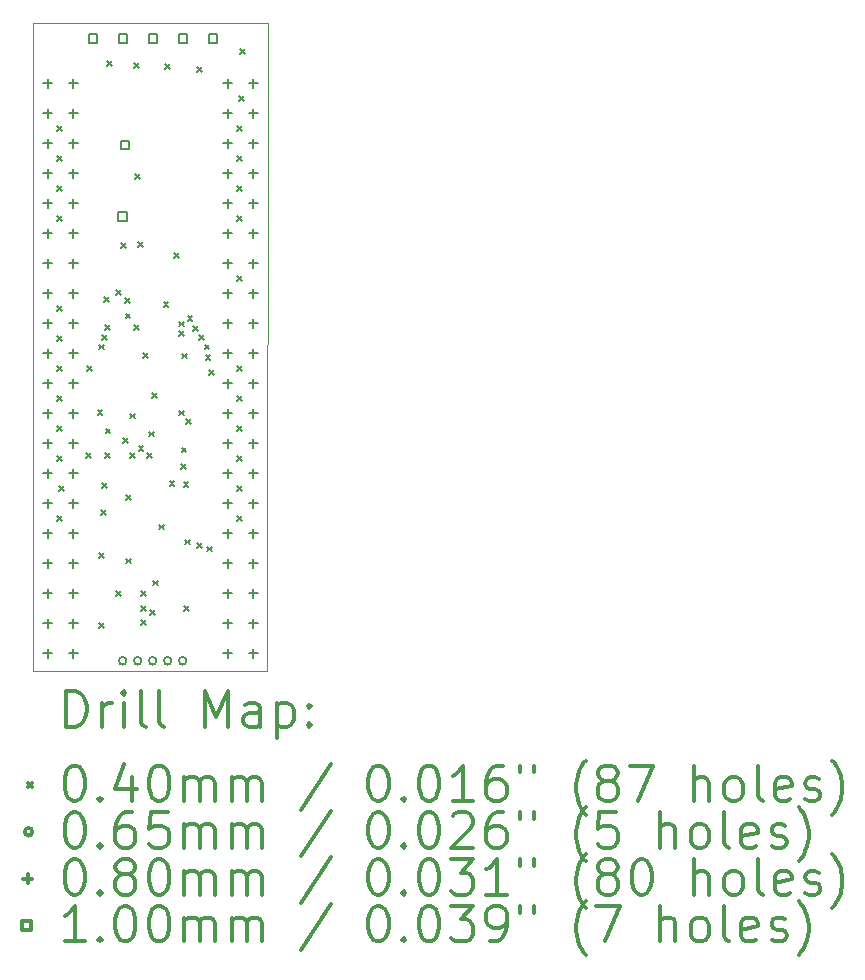
<source format=gbr>
%FSLAX45Y45*%
G04 Gerber Fmt 4.5, Leading zero omitted, Abs format (unit mm)*
G04 Created by KiCad (PCBNEW (5.1.9)-1) date 2021-06-10 15:02:57*
%MOMM*%
%LPD*%
G01*
G04 APERTURE LIST*
%TA.AperFunction,Profile*%
%ADD10C,0.050000*%
%TD*%
%ADD11C,0.200000*%
%ADD12C,0.300000*%
G04 APERTURE END LIST*
D10*
X9779000Y-10058400D02*
X9779000Y-4572000D01*
X11760200Y-10058400D02*
X9779000Y-10058400D01*
X11772900Y-4572000D02*
X11760200Y-10058400D01*
X9779000Y-4572000D02*
X11772900Y-4572000D01*
D11*
X9987600Y-5441000D02*
X10027600Y-5481000D01*
X10027600Y-5441000D02*
X9987600Y-5481000D01*
X9987600Y-5695000D02*
X10027600Y-5735000D01*
X10027600Y-5695000D02*
X9987600Y-5735000D01*
X9987600Y-5949000D02*
X10027600Y-5989000D01*
X10027600Y-5949000D02*
X9987600Y-5989000D01*
X9987600Y-6203000D02*
X10027600Y-6243000D01*
X10027600Y-6203000D02*
X9987600Y-6243000D01*
X9987600Y-6965000D02*
X10027600Y-7005000D01*
X10027600Y-6965000D02*
X9987600Y-7005000D01*
X9987600Y-7219000D02*
X10027600Y-7259000D01*
X10027600Y-7219000D02*
X9987600Y-7259000D01*
X9987600Y-7473000D02*
X10027600Y-7513000D01*
X10027600Y-7473000D02*
X9987600Y-7513000D01*
X9987600Y-7727000D02*
X10027600Y-7767000D01*
X10027600Y-7727000D02*
X9987600Y-7767000D01*
X9987600Y-7981000D02*
X10027600Y-8021000D01*
X10027600Y-7981000D02*
X9987600Y-8021000D01*
X9987600Y-8235000D02*
X10027600Y-8275000D01*
X10027600Y-8235000D02*
X9987600Y-8275000D01*
X9987600Y-8743000D02*
X10027600Y-8783000D01*
X10027600Y-8743000D02*
X9987600Y-8783000D01*
X10000300Y-8489000D02*
X10040300Y-8529000D01*
X10040300Y-8489000D02*
X10000300Y-8529000D01*
X10228900Y-8209600D02*
X10268900Y-8249600D01*
X10268900Y-8209600D02*
X10228900Y-8249600D01*
X10241600Y-7473000D02*
X10281600Y-7513000D01*
X10281600Y-7473000D02*
X10241600Y-7513000D01*
X10329230Y-7845110D02*
X10369230Y-7885110D01*
X10369230Y-7845110D02*
X10329230Y-7885110D01*
X10338120Y-9649780D02*
X10378120Y-9689780D01*
X10378120Y-9649780D02*
X10338120Y-9689780D01*
X10340660Y-9055420D02*
X10380660Y-9095420D01*
X10380660Y-9055420D02*
X10340660Y-9095420D01*
X10343200Y-7292660D02*
X10383200Y-7332660D01*
X10383200Y-7292660D02*
X10343200Y-7332660D01*
X10355900Y-8694740D02*
X10395900Y-8734740D01*
X10395900Y-8694740D02*
X10355900Y-8734740D01*
X10367700Y-8463600D02*
X10407700Y-8503600D01*
X10407700Y-8463600D02*
X10367700Y-8503600D01*
X10368600Y-7211380D02*
X10408600Y-7251380D01*
X10408600Y-7211380D02*
X10368600Y-7251380D01*
X10383840Y-6891340D02*
X10423840Y-6931340D01*
X10423840Y-6891340D02*
X10383840Y-6931340D01*
X10394000Y-7130100D02*
X10434000Y-7170100D01*
X10434000Y-7130100D02*
X10394000Y-7170100D01*
X10394000Y-8209600D02*
X10434000Y-8249600D01*
X10434000Y-8209600D02*
X10394000Y-8249600D01*
X10396540Y-8003860D02*
X10436540Y-8043860D01*
X10436540Y-8003860D02*
X10396540Y-8043860D01*
X10406700Y-4894900D02*
X10446700Y-4934900D01*
X10446700Y-4894900D02*
X10406700Y-4934900D01*
X10482900Y-6827840D02*
X10522900Y-6867840D01*
X10522900Y-6827840D02*
X10482900Y-6867840D01*
X10485440Y-9378000D02*
X10525440Y-9418000D01*
X10525440Y-9378000D02*
X10485440Y-9418000D01*
X10528620Y-6434140D02*
X10568620Y-6474140D01*
X10568620Y-6434140D02*
X10528620Y-6474140D01*
X10543860Y-8085140D02*
X10583860Y-8125140D01*
X10583860Y-8085140D02*
X10543860Y-8125140D01*
X10564180Y-6898960D02*
X10604180Y-6938960D01*
X10604180Y-6898960D02*
X10564180Y-6938960D01*
X10566239Y-7028981D02*
X10606239Y-7068981D01*
X10606239Y-7028981D02*
X10566239Y-7068981D01*
X10571800Y-8567740D02*
X10611800Y-8607740D01*
X10611800Y-8567740D02*
X10571800Y-8607740D01*
X10571800Y-9103680D02*
X10611800Y-9143680D01*
X10611800Y-9103680D02*
X10571800Y-9143680D01*
X10602280Y-7876860D02*
X10642280Y-7916860D01*
X10642280Y-7876860D02*
X10602280Y-7916860D01*
X10602280Y-8212140D02*
X10642280Y-8252140D01*
X10642280Y-8212140D02*
X10602280Y-8252140D01*
X10635300Y-4907600D02*
X10675300Y-4947600D01*
X10675300Y-4907600D02*
X10635300Y-4947600D01*
X10635300Y-7130100D02*
X10675300Y-7170100D01*
X10675300Y-7130100D02*
X10635300Y-7170100D01*
X10648000Y-5847400D02*
X10688000Y-5887400D01*
X10688000Y-5847400D02*
X10648000Y-5887400D01*
X10670860Y-6421440D02*
X10710860Y-6461440D01*
X10710860Y-6421440D02*
X10670860Y-6461440D01*
X10674601Y-8149979D02*
X10714601Y-8189979D01*
X10714601Y-8149979D02*
X10674601Y-8189979D01*
X10698800Y-9378000D02*
X10738800Y-9418000D01*
X10738800Y-9378000D02*
X10698800Y-9418000D01*
X10698800Y-9505000D02*
X10738800Y-9545000D01*
X10738800Y-9505000D02*
X10698800Y-9545000D01*
X10698800Y-9624380D02*
X10738800Y-9664380D01*
X10738800Y-9624380D02*
X10698800Y-9664380D01*
X10715310Y-7365050D02*
X10755310Y-7405050D01*
X10755310Y-7365050D02*
X10715310Y-7405050D01*
X10747060Y-8212140D02*
X10787060Y-8252140D01*
X10787060Y-8212140D02*
X10747060Y-8252140D01*
X10767380Y-8027620D02*
X10807380Y-8067620D01*
X10807380Y-8027620D02*
X10767380Y-8067620D01*
X10775000Y-9543100D02*
X10815000Y-9583100D01*
X10815000Y-9543100D02*
X10775000Y-9583100D01*
X10792780Y-7704140D02*
X10832780Y-7744140D01*
X10832780Y-7704140D02*
X10792780Y-7744140D01*
X10799250Y-9290250D02*
X10839250Y-9330250D01*
X10839250Y-9290250D02*
X10799250Y-9330250D01*
X10851200Y-8816660D02*
X10891200Y-8856660D01*
X10891200Y-8816660D02*
X10851200Y-8856660D01*
X10886760Y-6931980D02*
X10926760Y-6971980D01*
X10926760Y-6931980D02*
X10886760Y-6971980D01*
X10902000Y-4920300D02*
X10942000Y-4960300D01*
X10942000Y-4920300D02*
X10902000Y-4960300D01*
X10937560Y-8448360D02*
X10977560Y-8488360D01*
X10977560Y-8448360D02*
X10937560Y-8488360D01*
X10973120Y-6517960D02*
X11013120Y-6557960D01*
X11013120Y-6517960D02*
X10973120Y-6557960D01*
X11016300Y-7097080D02*
X11056300Y-7137080D01*
X11056300Y-7097080D02*
X11016300Y-7137080D01*
X11016300Y-7178360D02*
X11056300Y-7218360D01*
X11056300Y-7178360D02*
X11016300Y-7218360D01*
X11016300Y-7851460D02*
X11056300Y-7891460D01*
X11056300Y-7851460D02*
X11016300Y-7891460D01*
X11034080Y-8301040D02*
X11074080Y-8341040D01*
X11074080Y-8301040D02*
X11034080Y-8341040D01*
X11039160Y-8163880D02*
X11079160Y-8203880D01*
X11079160Y-8163880D02*
X11039160Y-8203880D01*
X11044240Y-7368860D02*
X11084240Y-7408860D01*
X11084240Y-7368860D02*
X11044240Y-7408860D01*
X11056940Y-8458520D02*
X11096940Y-8498520D01*
X11096940Y-8458520D02*
X11056940Y-8498520D01*
X11062020Y-9505000D02*
X11102020Y-9545000D01*
X11102020Y-9505000D02*
X11062020Y-9545000D01*
X11067100Y-8943660D02*
X11107100Y-8983660D01*
X11107100Y-8943660D02*
X11067100Y-8983660D01*
X11077260Y-7925120D02*
X11117260Y-7965120D01*
X11117260Y-7925120D02*
X11077260Y-7965120D01*
X11089320Y-7052000D02*
X11129320Y-7092000D01*
X11129320Y-7052000D02*
X11089320Y-7092000D01*
X11138220Y-7132640D02*
X11178220Y-7172640D01*
X11178220Y-7132640D02*
X11138220Y-7172640D01*
X11168700Y-4945700D02*
X11208700Y-4985700D01*
X11208700Y-4945700D02*
X11168700Y-4985700D01*
X11168700Y-8971600D02*
X11208700Y-9011600D01*
X11208700Y-8971600D02*
X11168700Y-9011600D01*
X11186480Y-7213920D02*
X11226480Y-7253920D01*
X11226480Y-7213920D02*
X11186480Y-7253920D01*
X11234740Y-7292660D02*
X11274740Y-7332660D01*
X11274740Y-7292660D02*
X11234740Y-7332660D01*
X11242360Y-7384100D02*
X11282360Y-7424100D01*
X11282360Y-7384100D02*
X11242360Y-7424100D01*
X11255060Y-9002080D02*
X11295060Y-9042080D01*
X11295060Y-9002080D02*
X11255060Y-9042080D01*
X11270300Y-7511100D02*
X11310300Y-7551100D01*
X11310300Y-7511100D02*
X11270300Y-7551100D01*
X11511600Y-5441000D02*
X11551600Y-5481000D01*
X11551600Y-5441000D02*
X11511600Y-5481000D01*
X11511600Y-5695000D02*
X11551600Y-5735000D01*
X11551600Y-5695000D02*
X11511600Y-5735000D01*
X11511600Y-5949000D02*
X11551600Y-5989000D01*
X11551600Y-5949000D02*
X11511600Y-5989000D01*
X11511600Y-6203000D02*
X11551600Y-6243000D01*
X11551600Y-6203000D02*
X11511600Y-6243000D01*
X11511600Y-6711000D02*
X11551600Y-6751000D01*
X11551600Y-6711000D02*
X11511600Y-6751000D01*
X11511600Y-7473000D02*
X11551600Y-7513000D01*
X11551600Y-7473000D02*
X11511600Y-7513000D01*
X11511600Y-7727000D02*
X11551600Y-7767000D01*
X11551600Y-7727000D02*
X11511600Y-7767000D01*
X11511600Y-7981000D02*
X11551600Y-8021000D01*
X11551600Y-7981000D02*
X11511600Y-8021000D01*
X11511600Y-8235000D02*
X11551600Y-8275000D01*
X11551600Y-8235000D02*
X11511600Y-8275000D01*
X11511600Y-8489000D02*
X11551600Y-8529000D01*
X11551600Y-8489000D02*
X11511600Y-8529000D01*
X11511600Y-8743000D02*
X11551600Y-8783000D01*
X11551600Y-8743000D02*
X11511600Y-8783000D01*
X11524300Y-5187000D02*
X11564300Y-5227000D01*
X11564300Y-5187000D02*
X11524300Y-5227000D01*
X11537000Y-4793300D02*
X11577000Y-4833300D01*
X11577000Y-4793300D02*
X11537000Y-4833300D01*
X10573500Y-9969500D02*
G75*
G03*
X10573500Y-9969500I-32500J0D01*
G01*
X10700500Y-9969500D02*
G75*
G03*
X10700500Y-9969500I-32500J0D01*
G01*
X10827500Y-9969500D02*
G75*
G03*
X10827500Y-9969500I-32500J0D01*
G01*
X10954500Y-9969500D02*
G75*
G03*
X10954500Y-9969500I-32500J0D01*
G01*
X11081500Y-9969500D02*
G75*
G03*
X11081500Y-9969500I-32500J0D01*
G01*
X9906000Y-5040000D02*
X9906000Y-5120000D01*
X9866000Y-5080000D02*
X9946000Y-5080000D01*
X9906000Y-5294000D02*
X9906000Y-5374000D01*
X9866000Y-5334000D02*
X9946000Y-5334000D01*
X9906000Y-5548000D02*
X9906000Y-5628000D01*
X9866000Y-5588000D02*
X9946000Y-5588000D01*
X9906000Y-5802000D02*
X9906000Y-5882000D01*
X9866000Y-5842000D02*
X9946000Y-5842000D01*
X9906000Y-6056000D02*
X9906000Y-6136000D01*
X9866000Y-6096000D02*
X9946000Y-6096000D01*
X9906000Y-6310000D02*
X9906000Y-6390000D01*
X9866000Y-6350000D02*
X9946000Y-6350000D01*
X9906000Y-6564000D02*
X9906000Y-6644000D01*
X9866000Y-6604000D02*
X9946000Y-6604000D01*
X9906000Y-6818000D02*
X9906000Y-6898000D01*
X9866000Y-6858000D02*
X9946000Y-6858000D01*
X9906000Y-7072000D02*
X9906000Y-7152000D01*
X9866000Y-7112000D02*
X9946000Y-7112000D01*
X9906000Y-7326000D02*
X9906000Y-7406000D01*
X9866000Y-7366000D02*
X9946000Y-7366000D01*
X9906000Y-7580000D02*
X9906000Y-7660000D01*
X9866000Y-7620000D02*
X9946000Y-7620000D01*
X9906000Y-7834000D02*
X9906000Y-7914000D01*
X9866000Y-7874000D02*
X9946000Y-7874000D01*
X9906000Y-8088000D02*
X9906000Y-8168000D01*
X9866000Y-8128000D02*
X9946000Y-8128000D01*
X9906000Y-8342000D02*
X9906000Y-8422000D01*
X9866000Y-8382000D02*
X9946000Y-8382000D01*
X9906000Y-8596000D02*
X9906000Y-8676000D01*
X9866000Y-8636000D02*
X9946000Y-8636000D01*
X9906000Y-8850000D02*
X9906000Y-8930000D01*
X9866000Y-8890000D02*
X9946000Y-8890000D01*
X9906000Y-9104000D02*
X9906000Y-9184000D01*
X9866000Y-9144000D02*
X9946000Y-9144000D01*
X9906000Y-9358000D02*
X9906000Y-9438000D01*
X9866000Y-9398000D02*
X9946000Y-9398000D01*
X9906000Y-9612000D02*
X9906000Y-9692000D01*
X9866000Y-9652000D02*
X9946000Y-9652000D01*
X9906000Y-9866000D02*
X9906000Y-9946000D01*
X9866000Y-9906000D02*
X9946000Y-9906000D01*
X10121900Y-5040000D02*
X10121900Y-5120000D01*
X10081900Y-5080000D02*
X10161900Y-5080000D01*
X10121900Y-5294000D02*
X10121900Y-5374000D01*
X10081900Y-5334000D02*
X10161900Y-5334000D01*
X10121900Y-5548000D02*
X10121900Y-5628000D01*
X10081900Y-5588000D02*
X10161900Y-5588000D01*
X10121900Y-5802000D02*
X10121900Y-5882000D01*
X10081900Y-5842000D02*
X10161900Y-5842000D01*
X10121900Y-6056000D02*
X10121900Y-6136000D01*
X10081900Y-6096000D02*
X10161900Y-6096000D01*
X10121900Y-6310000D02*
X10121900Y-6390000D01*
X10081900Y-6350000D02*
X10161900Y-6350000D01*
X10121900Y-6564000D02*
X10121900Y-6644000D01*
X10081900Y-6604000D02*
X10161900Y-6604000D01*
X10121900Y-6818000D02*
X10121900Y-6898000D01*
X10081900Y-6858000D02*
X10161900Y-6858000D01*
X10121900Y-7072000D02*
X10121900Y-7152000D01*
X10081900Y-7112000D02*
X10161900Y-7112000D01*
X10121900Y-7326000D02*
X10121900Y-7406000D01*
X10081900Y-7366000D02*
X10161900Y-7366000D01*
X10121900Y-7580000D02*
X10121900Y-7660000D01*
X10081900Y-7620000D02*
X10161900Y-7620000D01*
X10121900Y-7834000D02*
X10121900Y-7914000D01*
X10081900Y-7874000D02*
X10161900Y-7874000D01*
X10121900Y-8088000D02*
X10121900Y-8168000D01*
X10081900Y-8128000D02*
X10161900Y-8128000D01*
X10121900Y-8342000D02*
X10121900Y-8422000D01*
X10081900Y-8382000D02*
X10161900Y-8382000D01*
X10121900Y-8596000D02*
X10121900Y-8676000D01*
X10081900Y-8636000D02*
X10161900Y-8636000D01*
X10121900Y-8850000D02*
X10121900Y-8930000D01*
X10081900Y-8890000D02*
X10161900Y-8890000D01*
X10121900Y-9104000D02*
X10121900Y-9184000D01*
X10081900Y-9144000D02*
X10161900Y-9144000D01*
X10121900Y-9358000D02*
X10121900Y-9438000D01*
X10081900Y-9398000D02*
X10161900Y-9398000D01*
X10121900Y-9612000D02*
X10121900Y-9692000D01*
X10081900Y-9652000D02*
X10161900Y-9652000D01*
X10121900Y-9866000D02*
X10121900Y-9946000D01*
X10081900Y-9906000D02*
X10161900Y-9906000D01*
X11430000Y-5040000D02*
X11430000Y-5120000D01*
X11390000Y-5080000D02*
X11470000Y-5080000D01*
X11430000Y-5294000D02*
X11430000Y-5374000D01*
X11390000Y-5334000D02*
X11470000Y-5334000D01*
X11430000Y-5548000D02*
X11430000Y-5628000D01*
X11390000Y-5588000D02*
X11470000Y-5588000D01*
X11430000Y-5802000D02*
X11430000Y-5882000D01*
X11390000Y-5842000D02*
X11470000Y-5842000D01*
X11430000Y-6056000D02*
X11430000Y-6136000D01*
X11390000Y-6096000D02*
X11470000Y-6096000D01*
X11430000Y-6310000D02*
X11430000Y-6390000D01*
X11390000Y-6350000D02*
X11470000Y-6350000D01*
X11430000Y-6564000D02*
X11430000Y-6644000D01*
X11390000Y-6604000D02*
X11470000Y-6604000D01*
X11430000Y-6818000D02*
X11430000Y-6898000D01*
X11390000Y-6858000D02*
X11470000Y-6858000D01*
X11430000Y-7072000D02*
X11430000Y-7152000D01*
X11390000Y-7112000D02*
X11470000Y-7112000D01*
X11430000Y-7326000D02*
X11430000Y-7406000D01*
X11390000Y-7366000D02*
X11470000Y-7366000D01*
X11430000Y-7580000D02*
X11430000Y-7660000D01*
X11390000Y-7620000D02*
X11470000Y-7620000D01*
X11430000Y-7834000D02*
X11430000Y-7914000D01*
X11390000Y-7874000D02*
X11470000Y-7874000D01*
X11430000Y-8088000D02*
X11430000Y-8168000D01*
X11390000Y-8128000D02*
X11470000Y-8128000D01*
X11430000Y-8342000D02*
X11430000Y-8422000D01*
X11390000Y-8382000D02*
X11470000Y-8382000D01*
X11430000Y-8596000D02*
X11430000Y-8676000D01*
X11390000Y-8636000D02*
X11470000Y-8636000D01*
X11430000Y-8850000D02*
X11430000Y-8930000D01*
X11390000Y-8890000D02*
X11470000Y-8890000D01*
X11430000Y-9104000D02*
X11430000Y-9184000D01*
X11390000Y-9144000D02*
X11470000Y-9144000D01*
X11430000Y-9358000D02*
X11430000Y-9438000D01*
X11390000Y-9398000D02*
X11470000Y-9398000D01*
X11430000Y-9612000D02*
X11430000Y-9692000D01*
X11390000Y-9652000D02*
X11470000Y-9652000D01*
X11430000Y-9866000D02*
X11430000Y-9946000D01*
X11390000Y-9906000D02*
X11470000Y-9906000D01*
X11645900Y-5040000D02*
X11645900Y-5120000D01*
X11605900Y-5080000D02*
X11685900Y-5080000D01*
X11645900Y-5294000D02*
X11645900Y-5374000D01*
X11605900Y-5334000D02*
X11685900Y-5334000D01*
X11645900Y-5548000D02*
X11645900Y-5628000D01*
X11605900Y-5588000D02*
X11685900Y-5588000D01*
X11645900Y-5802000D02*
X11645900Y-5882000D01*
X11605900Y-5842000D02*
X11685900Y-5842000D01*
X11645900Y-6056000D02*
X11645900Y-6136000D01*
X11605900Y-6096000D02*
X11685900Y-6096000D01*
X11645900Y-6310000D02*
X11645900Y-6390000D01*
X11605900Y-6350000D02*
X11685900Y-6350000D01*
X11645900Y-6564000D02*
X11645900Y-6644000D01*
X11605900Y-6604000D02*
X11685900Y-6604000D01*
X11645900Y-6818000D02*
X11645900Y-6898000D01*
X11605900Y-6858000D02*
X11685900Y-6858000D01*
X11645900Y-7072000D02*
X11645900Y-7152000D01*
X11605900Y-7112000D02*
X11685900Y-7112000D01*
X11645900Y-7326000D02*
X11645900Y-7406000D01*
X11605900Y-7366000D02*
X11685900Y-7366000D01*
X11645900Y-7580000D02*
X11645900Y-7660000D01*
X11605900Y-7620000D02*
X11685900Y-7620000D01*
X11645900Y-7834000D02*
X11645900Y-7914000D01*
X11605900Y-7874000D02*
X11685900Y-7874000D01*
X11645900Y-8088000D02*
X11645900Y-8168000D01*
X11605900Y-8128000D02*
X11685900Y-8128000D01*
X11645900Y-8342000D02*
X11645900Y-8422000D01*
X11605900Y-8382000D02*
X11685900Y-8382000D01*
X11645900Y-8596000D02*
X11645900Y-8676000D01*
X11605900Y-8636000D02*
X11685900Y-8636000D01*
X11645900Y-8850000D02*
X11645900Y-8930000D01*
X11605900Y-8890000D02*
X11685900Y-8890000D01*
X11645900Y-9104000D02*
X11645900Y-9184000D01*
X11605900Y-9144000D02*
X11685900Y-9144000D01*
X11645900Y-9358000D02*
X11645900Y-9438000D01*
X11605900Y-9398000D02*
X11685900Y-9398000D01*
X11645900Y-9612000D02*
X11645900Y-9692000D01*
X11605900Y-9652000D02*
X11685900Y-9652000D01*
X11645900Y-9866000D02*
X11645900Y-9946000D01*
X11605900Y-9906000D02*
X11685900Y-9906000D01*
X10322356Y-4734356D02*
X10322356Y-4663644D01*
X10251644Y-4663644D01*
X10251644Y-4734356D01*
X10322356Y-4734356D01*
X10573816Y-6243116D02*
X10573816Y-6172404D01*
X10503104Y-6172404D01*
X10503104Y-6243116D01*
X10573816Y-6243116D01*
X10576356Y-4734356D02*
X10576356Y-4663644D01*
X10505644Y-4663644D01*
X10505644Y-4734356D01*
X10576356Y-4734356D01*
X10594136Y-5638596D02*
X10594136Y-5567884D01*
X10523424Y-5567884D01*
X10523424Y-5638596D01*
X10594136Y-5638596D01*
X10830356Y-4734356D02*
X10830356Y-4663644D01*
X10759644Y-4663644D01*
X10759644Y-4734356D01*
X10830356Y-4734356D01*
X11084356Y-4734356D02*
X11084356Y-4663644D01*
X11013644Y-4663644D01*
X11013644Y-4734356D01*
X11084356Y-4734356D01*
X11338356Y-4734356D02*
X11338356Y-4663644D01*
X11267644Y-4663644D01*
X11267644Y-4734356D01*
X11338356Y-4734356D01*
D12*
X10062928Y-10526614D02*
X10062928Y-10226614D01*
X10134357Y-10226614D01*
X10177214Y-10240900D01*
X10205786Y-10269472D01*
X10220071Y-10298043D01*
X10234357Y-10355186D01*
X10234357Y-10398043D01*
X10220071Y-10455186D01*
X10205786Y-10483757D01*
X10177214Y-10512329D01*
X10134357Y-10526614D01*
X10062928Y-10526614D01*
X10362928Y-10526614D02*
X10362928Y-10326614D01*
X10362928Y-10383757D02*
X10377214Y-10355186D01*
X10391500Y-10340900D01*
X10420071Y-10326614D01*
X10448643Y-10326614D01*
X10548643Y-10526614D02*
X10548643Y-10326614D01*
X10548643Y-10226614D02*
X10534357Y-10240900D01*
X10548643Y-10255186D01*
X10562928Y-10240900D01*
X10548643Y-10226614D01*
X10548643Y-10255186D01*
X10734357Y-10526614D02*
X10705786Y-10512329D01*
X10691500Y-10483757D01*
X10691500Y-10226614D01*
X10891500Y-10526614D02*
X10862928Y-10512329D01*
X10848643Y-10483757D01*
X10848643Y-10226614D01*
X11234357Y-10526614D02*
X11234357Y-10226614D01*
X11334357Y-10440900D01*
X11434357Y-10226614D01*
X11434357Y-10526614D01*
X11705786Y-10526614D02*
X11705786Y-10369472D01*
X11691500Y-10340900D01*
X11662928Y-10326614D01*
X11605786Y-10326614D01*
X11577214Y-10340900D01*
X11705786Y-10512329D02*
X11677214Y-10526614D01*
X11605786Y-10526614D01*
X11577214Y-10512329D01*
X11562928Y-10483757D01*
X11562928Y-10455186D01*
X11577214Y-10426614D01*
X11605786Y-10412329D01*
X11677214Y-10412329D01*
X11705786Y-10398043D01*
X11848643Y-10326614D02*
X11848643Y-10626614D01*
X11848643Y-10340900D02*
X11877214Y-10326614D01*
X11934357Y-10326614D01*
X11962928Y-10340900D01*
X11977214Y-10355186D01*
X11991500Y-10383757D01*
X11991500Y-10469472D01*
X11977214Y-10498043D01*
X11962928Y-10512329D01*
X11934357Y-10526614D01*
X11877214Y-10526614D01*
X11848643Y-10512329D01*
X12120071Y-10498043D02*
X12134357Y-10512329D01*
X12120071Y-10526614D01*
X12105786Y-10512329D01*
X12120071Y-10498043D01*
X12120071Y-10526614D01*
X12120071Y-10340900D02*
X12134357Y-10355186D01*
X12120071Y-10369472D01*
X12105786Y-10355186D01*
X12120071Y-10340900D01*
X12120071Y-10369472D01*
X9736500Y-11000900D02*
X9776500Y-11040900D01*
X9776500Y-11000900D02*
X9736500Y-11040900D01*
X10120071Y-10856614D02*
X10148643Y-10856614D01*
X10177214Y-10870900D01*
X10191500Y-10885186D01*
X10205786Y-10913757D01*
X10220071Y-10970900D01*
X10220071Y-11042329D01*
X10205786Y-11099472D01*
X10191500Y-11128043D01*
X10177214Y-11142329D01*
X10148643Y-11156614D01*
X10120071Y-11156614D01*
X10091500Y-11142329D01*
X10077214Y-11128043D01*
X10062928Y-11099472D01*
X10048643Y-11042329D01*
X10048643Y-10970900D01*
X10062928Y-10913757D01*
X10077214Y-10885186D01*
X10091500Y-10870900D01*
X10120071Y-10856614D01*
X10348643Y-11128043D02*
X10362928Y-11142329D01*
X10348643Y-11156614D01*
X10334357Y-11142329D01*
X10348643Y-11128043D01*
X10348643Y-11156614D01*
X10620071Y-10956614D02*
X10620071Y-11156614D01*
X10548643Y-10842329D02*
X10477214Y-11056614D01*
X10662928Y-11056614D01*
X10834357Y-10856614D02*
X10862928Y-10856614D01*
X10891500Y-10870900D01*
X10905786Y-10885186D01*
X10920071Y-10913757D01*
X10934357Y-10970900D01*
X10934357Y-11042329D01*
X10920071Y-11099472D01*
X10905786Y-11128043D01*
X10891500Y-11142329D01*
X10862928Y-11156614D01*
X10834357Y-11156614D01*
X10805786Y-11142329D01*
X10791500Y-11128043D01*
X10777214Y-11099472D01*
X10762928Y-11042329D01*
X10762928Y-10970900D01*
X10777214Y-10913757D01*
X10791500Y-10885186D01*
X10805786Y-10870900D01*
X10834357Y-10856614D01*
X11062928Y-11156614D02*
X11062928Y-10956614D01*
X11062928Y-10985186D02*
X11077214Y-10970900D01*
X11105786Y-10956614D01*
X11148643Y-10956614D01*
X11177214Y-10970900D01*
X11191500Y-10999472D01*
X11191500Y-11156614D01*
X11191500Y-10999472D02*
X11205786Y-10970900D01*
X11234357Y-10956614D01*
X11277214Y-10956614D01*
X11305786Y-10970900D01*
X11320071Y-10999472D01*
X11320071Y-11156614D01*
X11462928Y-11156614D02*
X11462928Y-10956614D01*
X11462928Y-10985186D02*
X11477214Y-10970900D01*
X11505786Y-10956614D01*
X11548643Y-10956614D01*
X11577214Y-10970900D01*
X11591500Y-10999472D01*
X11591500Y-11156614D01*
X11591500Y-10999472D02*
X11605786Y-10970900D01*
X11634357Y-10956614D01*
X11677214Y-10956614D01*
X11705786Y-10970900D01*
X11720071Y-10999472D01*
X11720071Y-11156614D01*
X12305786Y-10842329D02*
X12048643Y-11228043D01*
X12691500Y-10856614D02*
X12720071Y-10856614D01*
X12748643Y-10870900D01*
X12762928Y-10885186D01*
X12777214Y-10913757D01*
X12791500Y-10970900D01*
X12791500Y-11042329D01*
X12777214Y-11099472D01*
X12762928Y-11128043D01*
X12748643Y-11142329D01*
X12720071Y-11156614D01*
X12691500Y-11156614D01*
X12662928Y-11142329D01*
X12648643Y-11128043D01*
X12634357Y-11099472D01*
X12620071Y-11042329D01*
X12620071Y-10970900D01*
X12634357Y-10913757D01*
X12648643Y-10885186D01*
X12662928Y-10870900D01*
X12691500Y-10856614D01*
X12920071Y-11128043D02*
X12934357Y-11142329D01*
X12920071Y-11156614D01*
X12905786Y-11142329D01*
X12920071Y-11128043D01*
X12920071Y-11156614D01*
X13120071Y-10856614D02*
X13148643Y-10856614D01*
X13177214Y-10870900D01*
X13191500Y-10885186D01*
X13205786Y-10913757D01*
X13220071Y-10970900D01*
X13220071Y-11042329D01*
X13205786Y-11099472D01*
X13191500Y-11128043D01*
X13177214Y-11142329D01*
X13148643Y-11156614D01*
X13120071Y-11156614D01*
X13091500Y-11142329D01*
X13077214Y-11128043D01*
X13062928Y-11099472D01*
X13048643Y-11042329D01*
X13048643Y-10970900D01*
X13062928Y-10913757D01*
X13077214Y-10885186D01*
X13091500Y-10870900D01*
X13120071Y-10856614D01*
X13505786Y-11156614D02*
X13334357Y-11156614D01*
X13420071Y-11156614D02*
X13420071Y-10856614D01*
X13391500Y-10899472D01*
X13362928Y-10928043D01*
X13334357Y-10942329D01*
X13762928Y-10856614D02*
X13705786Y-10856614D01*
X13677214Y-10870900D01*
X13662928Y-10885186D01*
X13634357Y-10928043D01*
X13620071Y-10985186D01*
X13620071Y-11099472D01*
X13634357Y-11128043D01*
X13648643Y-11142329D01*
X13677214Y-11156614D01*
X13734357Y-11156614D01*
X13762928Y-11142329D01*
X13777214Y-11128043D01*
X13791500Y-11099472D01*
X13791500Y-11028043D01*
X13777214Y-10999472D01*
X13762928Y-10985186D01*
X13734357Y-10970900D01*
X13677214Y-10970900D01*
X13648643Y-10985186D01*
X13634357Y-10999472D01*
X13620071Y-11028043D01*
X13905786Y-10856614D02*
X13905786Y-10913757D01*
X14020071Y-10856614D02*
X14020071Y-10913757D01*
X14462928Y-11270900D02*
X14448643Y-11256614D01*
X14420071Y-11213757D01*
X14405786Y-11185186D01*
X14391500Y-11142329D01*
X14377214Y-11070900D01*
X14377214Y-11013757D01*
X14391500Y-10942329D01*
X14405786Y-10899472D01*
X14420071Y-10870900D01*
X14448643Y-10828043D01*
X14462928Y-10813757D01*
X14620071Y-10985186D02*
X14591500Y-10970900D01*
X14577214Y-10956614D01*
X14562928Y-10928043D01*
X14562928Y-10913757D01*
X14577214Y-10885186D01*
X14591500Y-10870900D01*
X14620071Y-10856614D01*
X14677214Y-10856614D01*
X14705786Y-10870900D01*
X14720071Y-10885186D01*
X14734357Y-10913757D01*
X14734357Y-10928043D01*
X14720071Y-10956614D01*
X14705786Y-10970900D01*
X14677214Y-10985186D01*
X14620071Y-10985186D01*
X14591500Y-10999472D01*
X14577214Y-11013757D01*
X14562928Y-11042329D01*
X14562928Y-11099472D01*
X14577214Y-11128043D01*
X14591500Y-11142329D01*
X14620071Y-11156614D01*
X14677214Y-11156614D01*
X14705786Y-11142329D01*
X14720071Y-11128043D01*
X14734357Y-11099472D01*
X14734357Y-11042329D01*
X14720071Y-11013757D01*
X14705786Y-10999472D01*
X14677214Y-10985186D01*
X14834357Y-10856614D02*
X15034357Y-10856614D01*
X14905786Y-11156614D01*
X15377214Y-11156614D02*
X15377214Y-10856614D01*
X15505786Y-11156614D02*
X15505786Y-10999472D01*
X15491500Y-10970900D01*
X15462928Y-10956614D01*
X15420071Y-10956614D01*
X15391500Y-10970900D01*
X15377214Y-10985186D01*
X15691500Y-11156614D02*
X15662928Y-11142329D01*
X15648643Y-11128043D01*
X15634357Y-11099472D01*
X15634357Y-11013757D01*
X15648643Y-10985186D01*
X15662928Y-10970900D01*
X15691500Y-10956614D01*
X15734357Y-10956614D01*
X15762928Y-10970900D01*
X15777214Y-10985186D01*
X15791500Y-11013757D01*
X15791500Y-11099472D01*
X15777214Y-11128043D01*
X15762928Y-11142329D01*
X15734357Y-11156614D01*
X15691500Y-11156614D01*
X15962928Y-11156614D02*
X15934357Y-11142329D01*
X15920071Y-11113757D01*
X15920071Y-10856614D01*
X16191500Y-11142329D02*
X16162928Y-11156614D01*
X16105786Y-11156614D01*
X16077214Y-11142329D01*
X16062928Y-11113757D01*
X16062928Y-10999472D01*
X16077214Y-10970900D01*
X16105786Y-10956614D01*
X16162928Y-10956614D01*
X16191500Y-10970900D01*
X16205786Y-10999472D01*
X16205786Y-11028043D01*
X16062928Y-11056614D01*
X16320071Y-11142329D02*
X16348643Y-11156614D01*
X16405786Y-11156614D01*
X16434357Y-11142329D01*
X16448643Y-11113757D01*
X16448643Y-11099472D01*
X16434357Y-11070900D01*
X16405786Y-11056614D01*
X16362928Y-11056614D01*
X16334357Y-11042329D01*
X16320071Y-11013757D01*
X16320071Y-10999472D01*
X16334357Y-10970900D01*
X16362928Y-10956614D01*
X16405786Y-10956614D01*
X16434357Y-10970900D01*
X16548643Y-11270900D02*
X16562928Y-11256614D01*
X16591500Y-11213757D01*
X16605786Y-11185186D01*
X16620071Y-11142329D01*
X16634357Y-11070900D01*
X16634357Y-11013757D01*
X16620071Y-10942329D01*
X16605786Y-10899472D01*
X16591500Y-10870900D01*
X16562928Y-10828043D01*
X16548643Y-10813757D01*
X9776500Y-11416900D02*
G75*
G03*
X9776500Y-11416900I-32500J0D01*
G01*
X10120071Y-11252614D02*
X10148643Y-11252614D01*
X10177214Y-11266900D01*
X10191500Y-11281186D01*
X10205786Y-11309757D01*
X10220071Y-11366900D01*
X10220071Y-11438329D01*
X10205786Y-11495471D01*
X10191500Y-11524043D01*
X10177214Y-11538329D01*
X10148643Y-11552614D01*
X10120071Y-11552614D01*
X10091500Y-11538329D01*
X10077214Y-11524043D01*
X10062928Y-11495471D01*
X10048643Y-11438329D01*
X10048643Y-11366900D01*
X10062928Y-11309757D01*
X10077214Y-11281186D01*
X10091500Y-11266900D01*
X10120071Y-11252614D01*
X10348643Y-11524043D02*
X10362928Y-11538329D01*
X10348643Y-11552614D01*
X10334357Y-11538329D01*
X10348643Y-11524043D01*
X10348643Y-11552614D01*
X10620071Y-11252614D02*
X10562928Y-11252614D01*
X10534357Y-11266900D01*
X10520071Y-11281186D01*
X10491500Y-11324043D01*
X10477214Y-11381186D01*
X10477214Y-11495471D01*
X10491500Y-11524043D01*
X10505786Y-11538329D01*
X10534357Y-11552614D01*
X10591500Y-11552614D01*
X10620071Y-11538329D01*
X10634357Y-11524043D01*
X10648643Y-11495471D01*
X10648643Y-11424043D01*
X10634357Y-11395471D01*
X10620071Y-11381186D01*
X10591500Y-11366900D01*
X10534357Y-11366900D01*
X10505786Y-11381186D01*
X10491500Y-11395471D01*
X10477214Y-11424043D01*
X10920071Y-11252614D02*
X10777214Y-11252614D01*
X10762928Y-11395471D01*
X10777214Y-11381186D01*
X10805786Y-11366900D01*
X10877214Y-11366900D01*
X10905786Y-11381186D01*
X10920071Y-11395471D01*
X10934357Y-11424043D01*
X10934357Y-11495471D01*
X10920071Y-11524043D01*
X10905786Y-11538329D01*
X10877214Y-11552614D01*
X10805786Y-11552614D01*
X10777214Y-11538329D01*
X10762928Y-11524043D01*
X11062928Y-11552614D02*
X11062928Y-11352614D01*
X11062928Y-11381186D02*
X11077214Y-11366900D01*
X11105786Y-11352614D01*
X11148643Y-11352614D01*
X11177214Y-11366900D01*
X11191500Y-11395471D01*
X11191500Y-11552614D01*
X11191500Y-11395471D02*
X11205786Y-11366900D01*
X11234357Y-11352614D01*
X11277214Y-11352614D01*
X11305786Y-11366900D01*
X11320071Y-11395471D01*
X11320071Y-11552614D01*
X11462928Y-11552614D02*
X11462928Y-11352614D01*
X11462928Y-11381186D02*
X11477214Y-11366900D01*
X11505786Y-11352614D01*
X11548643Y-11352614D01*
X11577214Y-11366900D01*
X11591500Y-11395471D01*
X11591500Y-11552614D01*
X11591500Y-11395471D02*
X11605786Y-11366900D01*
X11634357Y-11352614D01*
X11677214Y-11352614D01*
X11705786Y-11366900D01*
X11720071Y-11395471D01*
X11720071Y-11552614D01*
X12305786Y-11238329D02*
X12048643Y-11624043D01*
X12691500Y-11252614D02*
X12720071Y-11252614D01*
X12748643Y-11266900D01*
X12762928Y-11281186D01*
X12777214Y-11309757D01*
X12791500Y-11366900D01*
X12791500Y-11438329D01*
X12777214Y-11495471D01*
X12762928Y-11524043D01*
X12748643Y-11538329D01*
X12720071Y-11552614D01*
X12691500Y-11552614D01*
X12662928Y-11538329D01*
X12648643Y-11524043D01*
X12634357Y-11495471D01*
X12620071Y-11438329D01*
X12620071Y-11366900D01*
X12634357Y-11309757D01*
X12648643Y-11281186D01*
X12662928Y-11266900D01*
X12691500Y-11252614D01*
X12920071Y-11524043D02*
X12934357Y-11538329D01*
X12920071Y-11552614D01*
X12905786Y-11538329D01*
X12920071Y-11524043D01*
X12920071Y-11552614D01*
X13120071Y-11252614D02*
X13148643Y-11252614D01*
X13177214Y-11266900D01*
X13191500Y-11281186D01*
X13205786Y-11309757D01*
X13220071Y-11366900D01*
X13220071Y-11438329D01*
X13205786Y-11495471D01*
X13191500Y-11524043D01*
X13177214Y-11538329D01*
X13148643Y-11552614D01*
X13120071Y-11552614D01*
X13091500Y-11538329D01*
X13077214Y-11524043D01*
X13062928Y-11495471D01*
X13048643Y-11438329D01*
X13048643Y-11366900D01*
X13062928Y-11309757D01*
X13077214Y-11281186D01*
X13091500Y-11266900D01*
X13120071Y-11252614D01*
X13334357Y-11281186D02*
X13348643Y-11266900D01*
X13377214Y-11252614D01*
X13448643Y-11252614D01*
X13477214Y-11266900D01*
X13491500Y-11281186D01*
X13505786Y-11309757D01*
X13505786Y-11338329D01*
X13491500Y-11381186D01*
X13320071Y-11552614D01*
X13505786Y-11552614D01*
X13762928Y-11252614D02*
X13705786Y-11252614D01*
X13677214Y-11266900D01*
X13662928Y-11281186D01*
X13634357Y-11324043D01*
X13620071Y-11381186D01*
X13620071Y-11495471D01*
X13634357Y-11524043D01*
X13648643Y-11538329D01*
X13677214Y-11552614D01*
X13734357Y-11552614D01*
X13762928Y-11538329D01*
X13777214Y-11524043D01*
X13791500Y-11495471D01*
X13791500Y-11424043D01*
X13777214Y-11395471D01*
X13762928Y-11381186D01*
X13734357Y-11366900D01*
X13677214Y-11366900D01*
X13648643Y-11381186D01*
X13634357Y-11395471D01*
X13620071Y-11424043D01*
X13905786Y-11252614D02*
X13905786Y-11309757D01*
X14020071Y-11252614D02*
X14020071Y-11309757D01*
X14462928Y-11666900D02*
X14448643Y-11652614D01*
X14420071Y-11609757D01*
X14405786Y-11581186D01*
X14391500Y-11538329D01*
X14377214Y-11466900D01*
X14377214Y-11409757D01*
X14391500Y-11338329D01*
X14405786Y-11295471D01*
X14420071Y-11266900D01*
X14448643Y-11224043D01*
X14462928Y-11209757D01*
X14720071Y-11252614D02*
X14577214Y-11252614D01*
X14562928Y-11395471D01*
X14577214Y-11381186D01*
X14605786Y-11366900D01*
X14677214Y-11366900D01*
X14705786Y-11381186D01*
X14720071Y-11395471D01*
X14734357Y-11424043D01*
X14734357Y-11495471D01*
X14720071Y-11524043D01*
X14705786Y-11538329D01*
X14677214Y-11552614D01*
X14605786Y-11552614D01*
X14577214Y-11538329D01*
X14562928Y-11524043D01*
X15091500Y-11552614D02*
X15091500Y-11252614D01*
X15220071Y-11552614D02*
X15220071Y-11395471D01*
X15205786Y-11366900D01*
X15177214Y-11352614D01*
X15134357Y-11352614D01*
X15105786Y-11366900D01*
X15091500Y-11381186D01*
X15405786Y-11552614D02*
X15377214Y-11538329D01*
X15362928Y-11524043D01*
X15348643Y-11495471D01*
X15348643Y-11409757D01*
X15362928Y-11381186D01*
X15377214Y-11366900D01*
X15405786Y-11352614D01*
X15448643Y-11352614D01*
X15477214Y-11366900D01*
X15491500Y-11381186D01*
X15505786Y-11409757D01*
X15505786Y-11495471D01*
X15491500Y-11524043D01*
X15477214Y-11538329D01*
X15448643Y-11552614D01*
X15405786Y-11552614D01*
X15677214Y-11552614D02*
X15648643Y-11538329D01*
X15634357Y-11509757D01*
X15634357Y-11252614D01*
X15905786Y-11538329D02*
X15877214Y-11552614D01*
X15820071Y-11552614D01*
X15791500Y-11538329D01*
X15777214Y-11509757D01*
X15777214Y-11395471D01*
X15791500Y-11366900D01*
X15820071Y-11352614D01*
X15877214Y-11352614D01*
X15905786Y-11366900D01*
X15920071Y-11395471D01*
X15920071Y-11424043D01*
X15777214Y-11452614D01*
X16034357Y-11538329D02*
X16062928Y-11552614D01*
X16120071Y-11552614D01*
X16148643Y-11538329D01*
X16162928Y-11509757D01*
X16162928Y-11495471D01*
X16148643Y-11466900D01*
X16120071Y-11452614D01*
X16077214Y-11452614D01*
X16048643Y-11438329D01*
X16034357Y-11409757D01*
X16034357Y-11395471D01*
X16048643Y-11366900D01*
X16077214Y-11352614D01*
X16120071Y-11352614D01*
X16148643Y-11366900D01*
X16262928Y-11666900D02*
X16277214Y-11652614D01*
X16305786Y-11609757D01*
X16320071Y-11581186D01*
X16334357Y-11538329D01*
X16348643Y-11466900D01*
X16348643Y-11409757D01*
X16334357Y-11338329D01*
X16320071Y-11295471D01*
X16305786Y-11266900D01*
X16277214Y-11224043D01*
X16262928Y-11209757D01*
X9736500Y-11772900D02*
X9736500Y-11852900D01*
X9696500Y-11812900D02*
X9776500Y-11812900D01*
X10120071Y-11648614D02*
X10148643Y-11648614D01*
X10177214Y-11662900D01*
X10191500Y-11677186D01*
X10205786Y-11705757D01*
X10220071Y-11762900D01*
X10220071Y-11834329D01*
X10205786Y-11891471D01*
X10191500Y-11920043D01*
X10177214Y-11934329D01*
X10148643Y-11948614D01*
X10120071Y-11948614D01*
X10091500Y-11934329D01*
X10077214Y-11920043D01*
X10062928Y-11891471D01*
X10048643Y-11834329D01*
X10048643Y-11762900D01*
X10062928Y-11705757D01*
X10077214Y-11677186D01*
X10091500Y-11662900D01*
X10120071Y-11648614D01*
X10348643Y-11920043D02*
X10362928Y-11934329D01*
X10348643Y-11948614D01*
X10334357Y-11934329D01*
X10348643Y-11920043D01*
X10348643Y-11948614D01*
X10534357Y-11777186D02*
X10505786Y-11762900D01*
X10491500Y-11748614D01*
X10477214Y-11720043D01*
X10477214Y-11705757D01*
X10491500Y-11677186D01*
X10505786Y-11662900D01*
X10534357Y-11648614D01*
X10591500Y-11648614D01*
X10620071Y-11662900D01*
X10634357Y-11677186D01*
X10648643Y-11705757D01*
X10648643Y-11720043D01*
X10634357Y-11748614D01*
X10620071Y-11762900D01*
X10591500Y-11777186D01*
X10534357Y-11777186D01*
X10505786Y-11791471D01*
X10491500Y-11805757D01*
X10477214Y-11834329D01*
X10477214Y-11891471D01*
X10491500Y-11920043D01*
X10505786Y-11934329D01*
X10534357Y-11948614D01*
X10591500Y-11948614D01*
X10620071Y-11934329D01*
X10634357Y-11920043D01*
X10648643Y-11891471D01*
X10648643Y-11834329D01*
X10634357Y-11805757D01*
X10620071Y-11791471D01*
X10591500Y-11777186D01*
X10834357Y-11648614D02*
X10862928Y-11648614D01*
X10891500Y-11662900D01*
X10905786Y-11677186D01*
X10920071Y-11705757D01*
X10934357Y-11762900D01*
X10934357Y-11834329D01*
X10920071Y-11891471D01*
X10905786Y-11920043D01*
X10891500Y-11934329D01*
X10862928Y-11948614D01*
X10834357Y-11948614D01*
X10805786Y-11934329D01*
X10791500Y-11920043D01*
X10777214Y-11891471D01*
X10762928Y-11834329D01*
X10762928Y-11762900D01*
X10777214Y-11705757D01*
X10791500Y-11677186D01*
X10805786Y-11662900D01*
X10834357Y-11648614D01*
X11062928Y-11948614D02*
X11062928Y-11748614D01*
X11062928Y-11777186D02*
X11077214Y-11762900D01*
X11105786Y-11748614D01*
X11148643Y-11748614D01*
X11177214Y-11762900D01*
X11191500Y-11791471D01*
X11191500Y-11948614D01*
X11191500Y-11791471D02*
X11205786Y-11762900D01*
X11234357Y-11748614D01*
X11277214Y-11748614D01*
X11305786Y-11762900D01*
X11320071Y-11791471D01*
X11320071Y-11948614D01*
X11462928Y-11948614D02*
X11462928Y-11748614D01*
X11462928Y-11777186D02*
X11477214Y-11762900D01*
X11505786Y-11748614D01*
X11548643Y-11748614D01*
X11577214Y-11762900D01*
X11591500Y-11791471D01*
X11591500Y-11948614D01*
X11591500Y-11791471D02*
X11605786Y-11762900D01*
X11634357Y-11748614D01*
X11677214Y-11748614D01*
X11705786Y-11762900D01*
X11720071Y-11791471D01*
X11720071Y-11948614D01*
X12305786Y-11634329D02*
X12048643Y-12020043D01*
X12691500Y-11648614D02*
X12720071Y-11648614D01*
X12748643Y-11662900D01*
X12762928Y-11677186D01*
X12777214Y-11705757D01*
X12791500Y-11762900D01*
X12791500Y-11834329D01*
X12777214Y-11891471D01*
X12762928Y-11920043D01*
X12748643Y-11934329D01*
X12720071Y-11948614D01*
X12691500Y-11948614D01*
X12662928Y-11934329D01*
X12648643Y-11920043D01*
X12634357Y-11891471D01*
X12620071Y-11834329D01*
X12620071Y-11762900D01*
X12634357Y-11705757D01*
X12648643Y-11677186D01*
X12662928Y-11662900D01*
X12691500Y-11648614D01*
X12920071Y-11920043D02*
X12934357Y-11934329D01*
X12920071Y-11948614D01*
X12905786Y-11934329D01*
X12920071Y-11920043D01*
X12920071Y-11948614D01*
X13120071Y-11648614D02*
X13148643Y-11648614D01*
X13177214Y-11662900D01*
X13191500Y-11677186D01*
X13205786Y-11705757D01*
X13220071Y-11762900D01*
X13220071Y-11834329D01*
X13205786Y-11891471D01*
X13191500Y-11920043D01*
X13177214Y-11934329D01*
X13148643Y-11948614D01*
X13120071Y-11948614D01*
X13091500Y-11934329D01*
X13077214Y-11920043D01*
X13062928Y-11891471D01*
X13048643Y-11834329D01*
X13048643Y-11762900D01*
X13062928Y-11705757D01*
X13077214Y-11677186D01*
X13091500Y-11662900D01*
X13120071Y-11648614D01*
X13320071Y-11648614D02*
X13505786Y-11648614D01*
X13405786Y-11762900D01*
X13448643Y-11762900D01*
X13477214Y-11777186D01*
X13491500Y-11791471D01*
X13505786Y-11820043D01*
X13505786Y-11891471D01*
X13491500Y-11920043D01*
X13477214Y-11934329D01*
X13448643Y-11948614D01*
X13362928Y-11948614D01*
X13334357Y-11934329D01*
X13320071Y-11920043D01*
X13791500Y-11948614D02*
X13620071Y-11948614D01*
X13705786Y-11948614D02*
X13705786Y-11648614D01*
X13677214Y-11691471D01*
X13648643Y-11720043D01*
X13620071Y-11734329D01*
X13905786Y-11648614D02*
X13905786Y-11705757D01*
X14020071Y-11648614D02*
X14020071Y-11705757D01*
X14462928Y-12062900D02*
X14448643Y-12048614D01*
X14420071Y-12005757D01*
X14405786Y-11977186D01*
X14391500Y-11934329D01*
X14377214Y-11862900D01*
X14377214Y-11805757D01*
X14391500Y-11734329D01*
X14405786Y-11691471D01*
X14420071Y-11662900D01*
X14448643Y-11620043D01*
X14462928Y-11605757D01*
X14620071Y-11777186D02*
X14591500Y-11762900D01*
X14577214Y-11748614D01*
X14562928Y-11720043D01*
X14562928Y-11705757D01*
X14577214Y-11677186D01*
X14591500Y-11662900D01*
X14620071Y-11648614D01*
X14677214Y-11648614D01*
X14705786Y-11662900D01*
X14720071Y-11677186D01*
X14734357Y-11705757D01*
X14734357Y-11720043D01*
X14720071Y-11748614D01*
X14705786Y-11762900D01*
X14677214Y-11777186D01*
X14620071Y-11777186D01*
X14591500Y-11791471D01*
X14577214Y-11805757D01*
X14562928Y-11834329D01*
X14562928Y-11891471D01*
X14577214Y-11920043D01*
X14591500Y-11934329D01*
X14620071Y-11948614D01*
X14677214Y-11948614D01*
X14705786Y-11934329D01*
X14720071Y-11920043D01*
X14734357Y-11891471D01*
X14734357Y-11834329D01*
X14720071Y-11805757D01*
X14705786Y-11791471D01*
X14677214Y-11777186D01*
X14920071Y-11648614D02*
X14948643Y-11648614D01*
X14977214Y-11662900D01*
X14991500Y-11677186D01*
X15005786Y-11705757D01*
X15020071Y-11762900D01*
X15020071Y-11834329D01*
X15005786Y-11891471D01*
X14991500Y-11920043D01*
X14977214Y-11934329D01*
X14948643Y-11948614D01*
X14920071Y-11948614D01*
X14891500Y-11934329D01*
X14877214Y-11920043D01*
X14862928Y-11891471D01*
X14848643Y-11834329D01*
X14848643Y-11762900D01*
X14862928Y-11705757D01*
X14877214Y-11677186D01*
X14891500Y-11662900D01*
X14920071Y-11648614D01*
X15377214Y-11948614D02*
X15377214Y-11648614D01*
X15505786Y-11948614D02*
X15505786Y-11791471D01*
X15491500Y-11762900D01*
X15462928Y-11748614D01*
X15420071Y-11748614D01*
X15391500Y-11762900D01*
X15377214Y-11777186D01*
X15691500Y-11948614D02*
X15662928Y-11934329D01*
X15648643Y-11920043D01*
X15634357Y-11891471D01*
X15634357Y-11805757D01*
X15648643Y-11777186D01*
X15662928Y-11762900D01*
X15691500Y-11748614D01*
X15734357Y-11748614D01*
X15762928Y-11762900D01*
X15777214Y-11777186D01*
X15791500Y-11805757D01*
X15791500Y-11891471D01*
X15777214Y-11920043D01*
X15762928Y-11934329D01*
X15734357Y-11948614D01*
X15691500Y-11948614D01*
X15962928Y-11948614D02*
X15934357Y-11934329D01*
X15920071Y-11905757D01*
X15920071Y-11648614D01*
X16191500Y-11934329D02*
X16162928Y-11948614D01*
X16105786Y-11948614D01*
X16077214Y-11934329D01*
X16062928Y-11905757D01*
X16062928Y-11791471D01*
X16077214Y-11762900D01*
X16105786Y-11748614D01*
X16162928Y-11748614D01*
X16191500Y-11762900D01*
X16205786Y-11791471D01*
X16205786Y-11820043D01*
X16062928Y-11848614D01*
X16320071Y-11934329D02*
X16348643Y-11948614D01*
X16405786Y-11948614D01*
X16434357Y-11934329D01*
X16448643Y-11905757D01*
X16448643Y-11891471D01*
X16434357Y-11862900D01*
X16405786Y-11848614D01*
X16362928Y-11848614D01*
X16334357Y-11834329D01*
X16320071Y-11805757D01*
X16320071Y-11791471D01*
X16334357Y-11762900D01*
X16362928Y-11748614D01*
X16405786Y-11748614D01*
X16434357Y-11762900D01*
X16548643Y-12062900D02*
X16562928Y-12048614D01*
X16591500Y-12005757D01*
X16605786Y-11977186D01*
X16620071Y-11934329D01*
X16634357Y-11862900D01*
X16634357Y-11805757D01*
X16620071Y-11734329D01*
X16605786Y-11691471D01*
X16591500Y-11662900D01*
X16562928Y-11620043D01*
X16548643Y-11605757D01*
X9761856Y-12244256D02*
X9761856Y-12173544D01*
X9691144Y-12173544D01*
X9691144Y-12244256D01*
X9761856Y-12244256D01*
X10220071Y-12344614D02*
X10048643Y-12344614D01*
X10134357Y-12344614D02*
X10134357Y-12044614D01*
X10105786Y-12087471D01*
X10077214Y-12116043D01*
X10048643Y-12130329D01*
X10348643Y-12316043D02*
X10362928Y-12330329D01*
X10348643Y-12344614D01*
X10334357Y-12330329D01*
X10348643Y-12316043D01*
X10348643Y-12344614D01*
X10548643Y-12044614D02*
X10577214Y-12044614D01*
X10605786Y-12058900D01*
X10620071Y-12073186D01*
X10634357Y-12101757D01*
X10648643Y-12158900D01*
X10648643Y-12230329D01*
X10634357Y-12287471D01*
X10620071Y-12316043D01*
X10605786Y-12330329D01*
X10577214Y-12344614D01*
X10548643Y-12344614D01*
X10520071Y-12330329D01*
X10505786Y-12316043D01*
X10491500Y-12287471D01*
X10477214Y-12230329D01*
X10477214Y-12158900D01*
X10491500Y-12101757D01*
X10505786Y-12073186D01*
X10520071Y-12058900D01*
X10548643Y-12044614D01*
X10834357Y-12044614D02*
X10862928Y-12044614D01*
X10891500Y-12058900D01*
X10905786Y-12073186D01*
X10920071Y-12101757D01*
X10934357Y-12158900D01*
X10934357Y-12230329D01*
X10920071Y-12287471D01*
X10905786Y-12316043D01*
X10891500Y-12330329D01*
X10862928Y-12344614D01*
X10834357Y-12344614D01*
X10805786Y-12330329D01*
X10791500Y-12316043D01*
X10777214Y-12287471D01*
X10762928Y-12230329D01*
X10762928Y-12158900D01*
X10777214Y-12101757D01*
X10791500Y-12073186D01*
X10805786Y-12058900D01*
X10834357Y-12044614D01*
X11062928Y-12344614D02*
X11062928Y-12144614D01*
X11062928Y-12173186D02*
X11077214Y-12158900D01*
X11105786Y-12144614D01*
X11148643Y-12144614D01*
X11177214Y-12158900D01*
X11191500Y-12187471D01*
X11191500Y-12344614D01*
X11191500Y-12187471D02*
X11205786Y-12158900D01*
X11234357Y-12144614D01*
X11277214Y-12144614D01*
X11305786Y-12158900D01*
X11320071Y-12187471D01*
X11320071Y-12344614D01*
X11462928Y-12344614D02*
X11462928Y-12144614D01*
X11462928Y-12173186D02*
X11477214Y-12158900D01*
X11505786Y-12144614D01*
X11548643Y-12144614D01*
X11577214Y-12158900D01*
X11591500Y-12187471D01*
X11591500Y-12344614D01*
X11591500Y-12187471D02*
X11605786Y-12158900D01*
X11634357Y-12144614D01*
X11677214Y-12144614D01*
X11705786Y-12158900D01*
X11720071Y-12187471D01*
X11720071Y-12344614D01*
X12305786Y-12030329D02*
X12048643Y-12416043D01*
X12691500Y-12044614D02*
X12720071Y-12044614D01*
X12748643Y-12058900D01*
X12762928Y-12073186D01*
X12777214Y-12101757D01*
X12791500Y-12158900D01*
X12791500Y-12230329D01*
X12777214Y-12287471D01*
X12762928Y-12316043D01*
X12748643Y-12330329D01*
X12720071Y-12344614D01*
X12691500Y-12344614D01*
X12662928Y-12330329D01*
X12648643Y-12316043D01*
X12634357Y-12287471D01*
X12620071Y-12230329D01*
X12620071Y-12158900D01*
X12634357Y-12101757D01*
X12648643Y-12073186D01*
X12662928Y-12058900D01*
X12691500Y-12044614D01*
X12920071Y-12316043D02*
X12934357Y-12330329D01*
X12920071Y-12344614D01*
X12905786Y-12330329D01*
X12920071Y-12316043D01*
X12920071Y-12344614D01*
X13120071Y-12044614D02*
X13148643Y-12044614D01*
X13177214Y-12058900D01*
X13191500Y-12073186D01*
X13205786Y-12101757D01*
X13220071Y-12158900D01*
X13220071Y-12230329D01*
X13205786Y-12287471D01*
X13191500Y-12316043D01*
X13177214Y-12330329D01*
X13148643Y-12344614D01*
X13120071Y-12344614D01*
X13091500Y-12330329D01*
X13077214Y-12316043D01*
X13062928Y-12287471D01*
X13048643Y-12230329D01*
X13048643Y-12158900D01*
X13062928Y-12101757D01*
X13077214Y-12073186D01*
X13091500Y-12058900D01*
X13120071Y-12044614D01*
X13320071Y-12044614D02*
X13505786Y-12044614D01*
X13405786Y-12158900D01*
X13448643Y-12158900D01*
X13477214Y-12173186D01*
X13491500Y-12187471D01*
X13505786Y-12216043D01*
X13505786Y-12287471D01*
X13491500Y-12316043D01*
X13477214Y-12330329D01*
X13448643Y-12344614D01*
X13362928Y-12344614D01*
X13334357Y-12330329D01*
X13320071Y-12316043D01*
X13648643Y-12344614D02*
X13705786Y-12344614D01*
X13734357Y-12330329D01*
X13748643Y-12316043D01*
X13777214Y-12273186D01*
X13791500Y-12216043D01*
X13791500Y-12101757D01*
X13777214Y-12073186D01*
X13762928Y-12058900D01*
X13734357Y-12044614D01*
X13677214Y-12044614D01*
X13648643Y-12058900D01*
X13634357Y-12073186D01*
X13620071Y-12101757D01*
X13620071Y-12173186D01*
X13634357Y-12201757D01*
X13648643Y-12216043D01*
X13677214Y-12230329D01*
X13734357Y-12230329D01*
X13762928Y-12216043D01*
X13777214Y-12201757D01*
X13791500Y-12173186D01*
X13905786Y-12044614D02*
X13905786Y-12101757D01*
X14020071Y-12044614D02*
X14020071Y-12101757D01*
X14462928Y-12458900D02*
X14448643Y-12444614D01*
X14420071Y-12401757D01*
X14405786Y-12373186D01*
X14391500Y-12330329D01*
X14377214Y-12258900D01*
X14377214Y-12201757D01*
X14391500Y-12130329D01*
X14405786Y-12087471D01*
X14420071Y-12058900D01*
X14448643Y-12016043D01*
X14462928Y-12001757D01*
X14548643Y-12044614D02*
X14748643Y-12044614D01*
X14620071Y-12344614D01*
X15091500Y-12344614D02*
X15091500Y-12044614D01*
X15220071Y-12344614D02*
X15220071Y-12187471D01*
X15205786Y-12158900D01*
X15177214Y-12144614D01*
X15134357Y-12144614D01*
X15105786Y-12158900D01*
X15091500Y-12173186D01*
X15405786Y-12344614D02*
X15377214Y-12330329D01*
X15362928Y-12316043D01*
X15348643Y-12287471D01*
X15348643Y-12201757D01*
X15362928Y-12173186D01*
X15377214Y-12158900D01*
X15405786Y-12144614D01*
X15448643Y-12144614D01*
X15477214Y-12158900D01*
X15491500Y-12173186D01*
X15505786Y-12201757D01*
X15505786Y-12287471D01*
X15491500Y-12316043D01*
X15477214Y-12330329D01*
X15448643Y-12344614D01*
X15405786Y-12344614D01*
X15677214Y-12344614D02*
X15648643Y-12330329D01*
X15634357Y-12301757D01*
X15634357Y-12044614D01*
X15905786Y-12330329D02*
X15877214Y-12344614D01*
X15820071Y-12344614D01*
X15791500Y-12330329D01*
X15777214Y-12301757D01*
X15777214Y-12187471D01*
X15791500Y-12158900D01*
X15820071Y-12144614D01*
X15877214Y-12144614D01*
X15905786Y-12158900D01*
X15920071Y-12187471D01*
X15920071Y-12216043D01*
X15777214Y-12244614D01*
X16034357Y-12330329D02*
X16062928Y-12344614D01*
X16120071Y-12344614D01*
X16148643Y-12330329D01*
X16162928Y-12301757D01*
X16162928Y-12287471D01*
X16148643Y-12258900D01*
X16120071Y-12244614D01*
X16077214Y-12244614D01*
X16048643Y-12230329D01*
X16034357Y-12201757D01*
X16034357Y-12187471D01*
X16048643Y-12158900D01*
X16077214Y-12144614D01*
X16120071Y-12144614D01*
X16148643Y-12158900D01*
X16262928Y-12458900D02*
X16277214Y-12444614D01*
X16305786Y-12401757D01*
X16320071Y-12373186D01*
X16334357Y-12330329D01*
X16348643Y-12258900D01*
X16348643Y-12201757D01*
X16334357Y-12130329D01*
X16320071Y-12087471D01*
X16305786Y-12058900D01*
X16277214Y-12016043D01*
X16262928Y-12001757D01*
M02*

</source>
